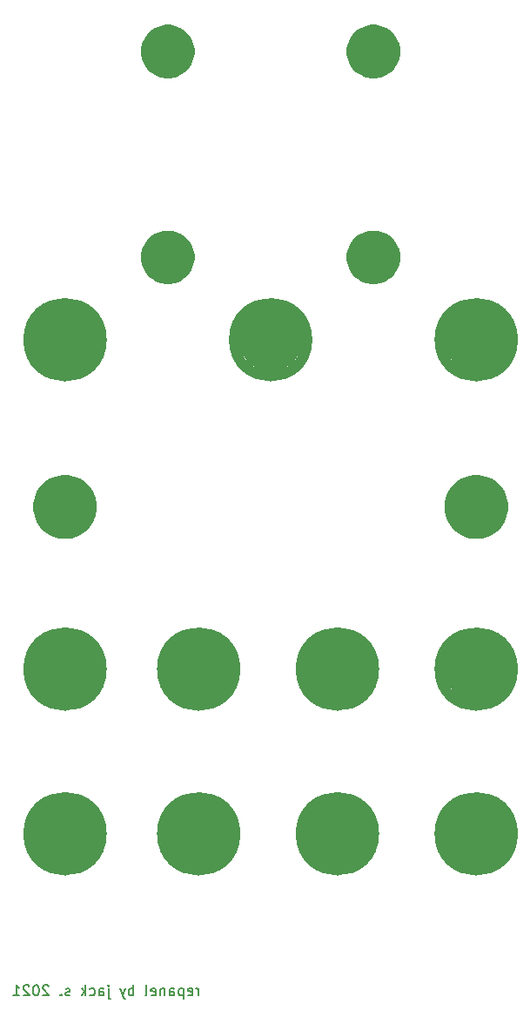
<source format=gbr>
G04 #@! TF.GenerationSoftware,KiCad,Pcbnew,(5.1.5-0)*
G04 #@! TF.CreationDate,2021-01-12T22:37:55-08:00*
G04 #@! TF.ProjectId,hypster,68797073-7465-4722-9e6b-696361645f70,rev?*
G04 #@! TF.SameCoordinates,Original*
G04 #@! TF.FileFunction,Soldermask,Bot*
G04 #@! TF.FilePolarity,Negative*
%FSLAX46Y46*%
G04 Gerber Fmt 4.6, Leading zero omitted, Abs format (unit mm)*
G04 Created by KiCad (PCBNEW (5.1.5-0)) date 2021-01-12 22:37:55*
%MOMM*%
%LPD*%
G04 APERTURE LIST*
%ADD10C,0.150000*%
%ADD11C,1.000000*%
%ADD12C,0.100000*%
G04 APERTURE END LIST*
D10*
X23226190Y-371702380D02*
X23226190Y-371035714D01*
X23226190Y-371226190D02*
X23178571Y-371130952D01*
X23130952Y-371083333D01*
X23035714Y-371035714D01*
X22940476Y-371035714D01*
X22226190Y-371654761D02*
X22321428Y-371702380D01*
X22511904Y-371702380D01*
X22607142Y-371654761D01*
X22654761Y-371559523D01*
X22654761Y-371178571D01*
X22607142Y-371083333D01*
X22511904Y-371035714D01*
X22321428Y-371035714D01*
X22226190Y-371083333D01*
X22178571Y-371178571D01*
X22178571Y-371273809D01*
X22654761Y-371369047D01*
X21750000Y-371035714D02*
X21750000Y-372035714D01*
X21750000Y-371083333D02*
X21654761Y-371035714D01*
X21464285Y-371035714D01*
X21369047Y-371083333D01*
X21321428Y-371130952D01*
X21273809Y-371226190D01*
X21273809Y-371511904D01*
X21321428Y-371607142D01*
X21369047Y-371654761D01*
X21464285Y-371702380D01*
X21654761Y-371702380D01*
X21750000Y-371654761D01*
X20416666Y-371702380D02*
X20416666Y-371178571D01*
X20464285Y-371083333D01*
X20559523Y-371035714D01*
X20750000Y-371035714D01*
X20845238Y-371083333D01*
X20416666Y-371654761D02*
X20511904Y-371702380D01*
X20750000Y-371702380D01*
X20845238Y-371654761D01*
X20892857Y-371559523D01*
X20892857Y-371464285D01*
X20845238Y-371369047D01*
X20750000Y-371321428D01*
X20511904Y-371321428D01*
X20416666Y-371273809D01*
X19940476Y-371035714D02*
X19940476Y-371702380D01*
X19940476Y-371130952D02*
X19892857Y-371083333D01*
X19797619Y-371035714D01*
X19654761Y-371035714D01*
X19559523Y-371083333D01*
X19511904Y-371178571D01*
X19511904Y-371702380D01*
X18654761Y-371654761D02*
X18750000Y-371702380D01*
X18940476Y-371702380D01*
X19035714Y-371654761D01*
X19083333Y-371559523D01*
X19083333Y-371178571D01*
X19035714Y-371083333D01*
X18940476Y-371035714D01*
X18750000Y-371035714D01*
X18654761Y-371083333D01*
X18607142Y-371178571D01*
X18607142Y-371273809D01*
X19083333Y-371369047D01*
X18035714Y-371702380D02*
X18130952Y-371654761D01*
X18178571Y-371559523D01*
X18178571Y-370702380D01*
X16892857Y-371702380D02*
X16892857Y-370702380D01*
X16892857Y-371083333D02*
X16797619Y-371035714D01*
X16607142Y-371035714D01*
X16511904Y-371083333D01*
X16464285Y-371130952D01*
X16416666Y-371226190D01*
X16416666Y-371511904D01*
X16464285Y-371607142D01*
X16511904Y-371654761D01*
X16607142Y-371702380D01*
X16797619Y-371702380D01*
X16892857Y-371654761D01*
X16083333Y-371035714D02*
X15845238Y-371702380D01*
X15607142Y-371035714D02*
X15845238Y-371702380D01*
X15940476Y-371940476D01*
X15988095Y-371988095D01*
X16083333Y-372035714D01*
X14464285Y-371035714D02*
X14464285Y-371892857D01*
X14511904Y-371988095D01*
X14607142Y-372035714D01*
X14654761Y-372035714D01*
X14464285Y-370702380D02*
X14511904Y-370750000D01*
X14464285Y-370797619D01*
X14416666Y-370750000D01*
X14464285Y-370702380D01*
X14464285Y-370797619D01*
X13559523Y-371702380D02*
X13559523Y-371178571D01*
X13607142Y-371083333D01*
X13702380Y-371035714D01*
X13892857Y-371035714D01*
X13988095Y-371083333D01*
X13559523Y-371654761D02*
X13654761Y-371702380D01*
X13892857Y-371702380D01*
X13988095Y-371654761D01*
X14035714Y-371559523D01*
X14035714Y-371464285D01*
X13988095Y-371369047D01*
X13892857Y-371321428D01*
X13654761Y-371321428D01*
X13559523Y-371273809D01*
X12654761Y-371654761D02*
X12750000Y-371702380D01*
X12940476Y-371702380D01*
X13035714Y-371654761D01*
X13083333Y-371607142D01*
X13130952Y-371511904D01*
X13130952Y-371226190D01*
X13083333Y-371130952D01*
X13035714Y-371083333D01*
X12940476Y-371035714D01*
X12750000Y-371035714D01*
X12654761Y-371083333D01*
X12226190Y-371702380D02*
X12226190Y-370702380D01*
X12130952Y-371321428D02*
X11845238Y-371702380D01*
X11845238Y-371035714D02*
X12226190Y-371416666D01*
X10702380Y-371654761D02*
X10607142Y-371702380D01*
X10416666Y-371702380D01*
X10321428Y-371654761D01*
X10273809Y-371559523D01*
X10273809Y-371511904D01*
X10321428Y-371416666D01*
X10416666Y-371369047D01*
X10559523Y-371369047D01*
X10654761Y-371321428D01*
X10702380Y-371226190D01*
X10702380Y-371178571D01*
X10654761Y-371083333D01*
X10559523Y-371035714D01*
X10416666Y-371035714D01*
X10321428Y-371083333D01*
X9845238Y-371607142D02*
X9797619Y-371654761D01*
X9845238Y-371702380D01*
X9892857Y-371654761D01*
X9845238Y-371607142D01*
X9845238Y-371702380D01*
X8654761Y-370797619D02*
X8607142Y-370750000D01*
X8511904Y-370702380D01*
X8273809Y-370702380D01*
X8178571Y-370750000D01*
X8130952Y-370797619D01*
X8083333Y-370892857D01*
X8083333Y-370988095D01*
X8130952Y-371130952D01*
X8702380Y-371702380D01*
X8083333Y-371702380D01*
X7464285Y-370702380D02*
X7369047Y-370702380D01*
X7273809Y-370750000D01*
X7226190Y-370797619D01*
X7178571Y-370892857D01*
X7130952Y-371083333D01*
X7130952Y-371321428D01*
X7178571Y-371511904D01*
X7226190Y-371607142D01*
X7273809Y-371654761D01*
X7369047Y-371702380D01*
X7464285Y-371702380D01*
X7559523Y-371654761D01*
X7607142Y-371607142D01*
X7654761Y-371511904D01*
X7702380Y-371321428D01*
X7702380Y-371083333D01*
X7654761Y-370892857D01*
X7607142Y-370797619D01*
X7559523Y-370750000D01*
X7464285Y-370702380D01*
X6750000Y-370797619D02*
X6702380Y-370750000D01*
X6607142Y-370702380D01*
X6369047Y-370702380D01*
X6273809Y-370750000D01*
X6226190Y-370797619D01*
X6178571Y-370892857D01*
X6178571Y-370988095D01*
X6226190Y-371130952D01*
X6797619Y-371702380D01*
X6178571Y-371702380D01*
X5226190Y-371702380D02*
X5797619Y-371702380D01*
X5511904Y-371702380D02*
X5511904Y-370702380D01*
X5607142Y-370845238D01*
X5702380Y-370940476D01*
X5797619Y-370988095D01*
D11*
X40300000Y-340000000D02*
G75*
G03X40300000Y-340000000I-3550000J0D01*
G01*
X26800000Y-340000000D02*
G75*
G03X26800000Y-340000000I-3550000J0D01*
G01*
X13800000Y-340000000D02*
G75*
G03X13800000Y-340000000I-3550000J0D01*
G01*
X13800000Y-356000000D02*
G75*
G03X13800000Y-356000000I-3550000J0D01*
G01*
X26800000Y-356000000D02*
G75*
G03X26800000Y-356000000I-3550000J0D01*
G01*
X40300000Y-356000000D02*
G75*
G03X40300000Y-356000000I-3550000J0D01*
G01*
X53800000Y-356000000D02*
G75*
G03X53800000Y-356000000I-3550000J0D01*
G01*
X53800000Y-340000000D02*
G75*
G03X53800000Y-340000000I-3550000J0D01*
G01*
X53800000Y-308000000D02*
G75*
G03X53800000Y-308000000I-3550000J0D01*
G01*
X33800000Y-308000000D02*
G75*
G03X33800000Y-308000000I-3550000J0D01*
G01*
X13800000Y-308000000D02*
G75*
G03X13800000Y-308000000I-3550000J0D01*
G01*
D12*
G36*
X50854975Y-352958585D02*
G01*
X51154528Y-353018170D01*
X51718874Y-353251930D01*
X52226772Y-353591296D01*
X52658704Y-354023228D01*
X52998070Y-354531126D01*
X53231830Y-355095472D01*
X53351000Y-355694578D01*
X53351000Y-356305422D01*
X53231830Y-356904528D01*
X52998070Y-357468874D01*
X52658704Y-357976772D01*
X52226772Y-358408704D01*
X51718874Y-358748070D01*
X51154528Y-358981830D01*
X50854975Y-359041415D01*
X50555423Y-359101000D01*
X49944577Y-359101000D01*
X49645025Y-359041415D01*
X49345472Y-358981830D01*
X48781126Y-358748070D01*
X48273228Y-358408704D01*
X47841296Y-357976772D01*
X47501930Y-357468874D01*
X47268170Y-356904528D01*
X47149000Y-356305422D01*
X47149000Y-355694578D01*
X47268170Y-355095472D01*
X47501930Y-354531126D01*
X47841296Y-354023228D01*
X48273228Y-353591296D01*
X48781126Y-353251930D01*
X49345472Y-353018170D01*
X49645025Y-352958585D01*
X49944577Y-352899000D01*
X50555423Y-352899000D01*
X50854975Y-352958585D01*
G37*
G36*
X37354975Y-352958585D02*
G01*
X37654528Y-353018170D01*
X38218874Y-353251930D01*
X38726772Y-353591296D01*
X39158704Y-354023228D01*
X39498070Y-354531126D01*
X39731830Y-355095472D01*
X39851000Y-355694578D01*
X39851000Y-356305422D01*
X39731830Y-356904528D01*
X39498070Y-357468874D01*
X39158704Y-357976772D01*
X38726772Y-358408704D01*
X38218874Y-358748070D01*
X37654528Y-358981830D01*
X37354975Y-359041415D01*
X37055423Y-359101000D01*
X36444577Y-359101000D01*
X36145025Y-359041415D01*
X35845472Y-358981830D01*
X35281126Y-358748070D01*
X34773228Y-358408704D01*
X34341296Y-357976772D01*
X34001930Y-357468874D01*
X33768170Y-356904528D01*
X33649000Y-356305422D01*
X33649000Y-355694578D01*
X33768170Y-355095472D01*
X34001930Y-354531126D01*
X34341296Y-354023228D01*
X34773228Y-353591296D01*
X35281126Y-353251930D01*
X35845472Y-353018170D01*
X36145025Y-352958585D01*
X36444577Y-352899000D01*
X37055423Y-352899000D01*
X37354975Y-352958585D01*
G37*
G36*
X23854975Y-352958585D02*
G01*
X24154528Y-353018170D01*
X24718874Y-353251930D01*
X25226772Y-353591296D01*
X25658704Y-354023228D01*
X25998070Y-354531126D01*
X26231830Y-355095472D01*
X26351000Y-355694578D01*
X26351000Y-356305422D01*
X26231830Y-356904528D01*
X25998070Y-357468874D01*
X25658704Y-357976772D01*
X25226772Y-358408704D01*
X24718874Y-358748070D01*
X24154528Y-358981830D01*
X23854975Y-359041415D01*
X23555423Y-359101000D01*
X22944577Y-359101000D01*
X22645025Y-359041415D01*
X22345472Y-358981830D01*
X21781126Y-358748070D01*
X21273228Y-358408704D01*
X20841296Y-357976772D01*
X20501930Y-357468874D01*
X20268170Y-356904528D01*
X20149000Y-356305422D01*
X20149000Y-355694578D01*
X20268170Y-355095472D01*
X20501930Y-354531126D01*
X20841296Y-354023228D01*
X21273228Y-353591296D01*
X21781126Y-353251930D01*
X22345472Y-353018170D01*
X22645025Y-352958585D01*
X22944577Y-352899000D01*
X23555423Y-352899000D01*
X23854975Y-352958585D01*
G37*
G36*
X10854975Y-352958585D02*
G01*
X11154528Y-353018170D01*
X11718874Y-353251930D01*
X12226772Y-353591296D01*
X12658704Y-354023228D01*
X12998070Y-354531126D01*
X13231830Y-355095472D01*
X13351000Y-355694578D01*
X13351000Y-356305422D01*
X13231830Y-356904528D01*
X12998070Y-357468874D01*
X12658704Y-357976772D01*
X12226772Y-358408704D01*
X11718874Y-358748070D01*
X11154528Y-358981830D01*
X10854975Y-359041415D01*
X10555423Y-359101000D01*
X9944577Y-359101000D01*
X9645025Y-359041415D01*
X9345472Y-358981830D01*
X8781126Y-358748070D01*
X8273228Y-358408704D01*
X7841296Y-357976772D01*
X7501930Y-357468874D01*
X7268170Y-356904528D01*
X7149000Y-356305422D01*
X7149000Y-355694578D01*
X7268170Y-355095472D01*
X7501930Y-354531126D01*
X7841296Y-354023228D01*
X8273228Y-353591296D01*
X8781126Y-353251930D01*
X9345472Y-353018170D01*
X9645025Y-352958585D01*
X9944577Y-352899000D01*
X10555423Y-352899000D01*
X10854975Y-352958585D01*
G37*
G36*
X10854975Y-336958585D02*
G01*
X11154528Y-337018170D01*
X11718874Y-337251930D01*
X12226772Y-337591296D01*
X12658704Y-338023228D01*
X12998070Y-338531126D01*
X13231830Y-339095472D01*
X13351000Y-339694578D01*
X13351000Y-340305422D01*
X13231830Y-340904528D01*
X12998070Y-341468874D01*
X12658704Y-341976772D01*
X12226772Y-342408704D01*
X11718874Y-342748070D01*
X11154528Y-342981830D01*
X10854975Y-343041415D01*
X10555423Y-343101000D01*
X9944577Y-343101000D01*
X9645025Y-343041415D01*
X9345472Y-342981830D01*
X8781126Y-342748070D01*
X8273228Y-342408704D01*
X7841296Y-341976772D01*
X7501930Y-341468874D01*
X7268170Y-340904528D01*
X7149000Y-340305422D01*
X7149000Y-339694578D01*
X7268170Y-339095472D01*
X7501930Y-338531126D01*
X7841296Y-338023228D01*
X8273228Y-337591296D01*
X8781126Y-337251930D01*
X9345472Y-337018170D01*
X9645025Y-336958585D01*
X9944577Y-336899000D01*
X10555423Y-336899000D01*
X10854975Y-336958585D01*
G37*
G36*
X50854975Y-336958585D02*
G01*
X51154528Y-337018170D01*
X51718874Y-337251930D01*
X52226772Y-337591296D01*
X52658704Y-338023228D01*
X52998070Y-338531126D01*
X53231830Y-339095472D01*
X53351000Y-339694578D01*
X53351000Y-340305422D01*
X53231830Y-340904528D01*
X52998070Y-341468874D01*
X52658704Y-341976772D01*
X52226772Y-342408704D01*
X51718874Y-342748070D01*
X51154528Y-342981830D01*
X50854975Y-343041415D01*
X50555423Y-343101000D01*
X49944577Y-343101000D01*
X49645025Y-343041415D01*
X49345472Y-342981830D01*
X48781126Y-342748070D01*
X48273228Y-342408704D01*
X47841296Y-341976772D01*
X47501930Y-341468874D01*
X47268170Y-340904528D01*
X47149000Y-340305422D01*
X47149000Y-339694578D01*
X47268170Y-339095472D01*
X47501930Y-338531126D01*
X47841296Y-338023228D01*
X48273228Y-337591296D01*
X48781126Y-337251930D01*
X49345472Y-337018170D01*
X49645025Y-336958585D01*
X49944577Y-336899000D01*
X50555423Y-336899000D01*
X50854975Y-336958585D01*
G37*
G36*
X37354975Y-336958585D02*
G01*
X37654528Y-337018170D01*
X38218874Y-337251930D01*
X38726772Y-337591296D01*
X39158704Y-338023228D01*
X39498070Y-338531126D01*
X39731830Y-339095472D01*
X39851000Y-339694578D01*
X39851000Y-340305422D01*
X39731830Y-340904528D01*
X39498070Y-341468874D01*
X39158704Y-341976772D01*
X38726772Y-342408704D01*
X38218874Y-342748070D01*
X37654528Y-342981830D01*
X37354975Y-343041415D01*
X37055423Y-343101000D01*
X36444577Y-343101000D01*
X36145025Y-343041415D01*
X35845472Y-342981830D01*
X35281126Y-342748070D01*
X34773228Y-342408704D01*
X34341296Y-341976772D01*
X34001930Y-341468874D01*
X33768170Y-340904528D01*
X33649000Y-340305422D01*
X33649000Y-339694578D01*
X33768170Y-339095472D01*
X34001930Y-338531126D01*
X34341296Y-338023228D01*
X34773228Y-337591296D01*
X35281126Y-337251930D01*
X35845472Y-337018170D01*
X36145025Y-336958585D01*
X36444577Y-336899000D01*
X37055423Y-336899000D01*
X37354975Y-336958585D01*
G37*
G36*
X23854975Y-336958585D02*
G01*
X24154528Y-337018170D01*
X24718874Y-337251930D01*
X25226772Y-337591296D01*
X25658704Y-338023228D01*
X25998070Y-338531126D01*
X26231830Y-339095472D01*
X26351000Y-339694578D01*
X26351000Y-340305422D01*
X26231830Y-340904528D01*
X25998070Y-341468874D01*
X25658704Y-341976772D01*
X25226772Y-342408704D01*
X24718874Y-342748070D01*
X24154528Y-342981830D01*
X23854975Y-343041415D01*
X23555423Y-343101000D01*
X22944577Y-343101000D01*
X22645025Y-343041415D01*
X22345472Y-342981830D01*
X21781126Y-342748070D01*
X21273228Y-342408704D01*
X20841296Y-341976772D01*
X20501930Y-341468874D01*
X20268170Y-340904528D01*
X20149000Y-340305422D01*
X20149000Y-339694578D01*
X20268170Y-339095472D01*
X20501930Y-338531126D01*
X20841296Y-338023228D01*
X21273228Y-337591296D01*
X21781126Y-337251930D01*
X22345472Y-337018170D01*
X22645025Y-336958585D01*
X22944577Y-336899000D01*
X23555423Y-336899000D01*
X23854975Y-336958585D01*
G37*
G36*
X50854975Y-321208585D02*
G01*
X51154528Y-321268170D01*
X51718874Y-321501930D01*
X52226772Y-321841296D01*
X52658704Y-322273228D01*
X52998070Y-322781126D01*
X53231830Y-323345472D01*
X53351000Y-323944578D01*
X53351000Y-324555422D01*
X53231830Y-325154528D01*
X52998070Y-325718874D01*
X52658704Y-326226772D01*
X52226772Y-326658704D01*
X51718874Y-326998070D01*
X51154528Y-327231830D01*
X50854975Y-327291415D01*
X50555423Y-327351000D01*
X49944577Y-327351000D01*
X49645025Y-327291415D01*
X49345472Y-327231830D01*
X48781126Y-326998070D01*
X48273228Y-326658704D01*
X47841296Y-326226772D01*
X47501930Y-325718874D01*
X47268170Y-325154528D01*
X47149000Y-324555422D01*
X47149000Y-323944578D01*
X47268170Y-323345472D01*
X47501930Y-322781126D01*
X47841296Y-322273228D01*
X48273228Y-321841296D01*
X48781126Y-321501930D01*
X49345472Y-321268170D01*
X49645025Y-321208585D01*
X49944577Y-321149000D01*
X50555423Y-321149000D01*
X50854975Y-321208585D01*
G37*
G36*
X10854975Y-321208585D02*
G01*
X11154528Y-321268170D01*
X11718874Y-321501930D01*
X12226772Y-321841296D01*
X12658704Y-322273228D01*
X12998070Y-322781126D01*
X13231830Y-323345472D01*
X13351000Y-323944578D01*
X13351000Y-324555422D01*
X13231830Y-325154528D01*
X12998070Y-325718874D01*
X12658704Y-326226772D01*
X12226772Y-326658704D01*
X11718874Y-326998070D01*
X11154528Y-327231830D01*
X10854975Y-327291415D01*
X10555423Y-327351000D01*
X9944577Y-327351000D01*
X9645025Y-327291415D01*
X9345472Y-327231830D01*
X8781126Y-326998070D01*
X8273228Y-326658704D01*
X7841296Y-326226772D01*
X7501930Y-325718874D01*
X7268170Y-325154528D01*
X7149000Y-324555422D01*
X7149000Y-323944578D01*
X7268170Y-323345472D01*
X7501930Y-322781126D01*
X7841296Y-322273228D01*
X8273228Y-321841296D01*
X8781126Y-321501930D01*
X9345472Y-321268170D01*
X9645025Y-321208585D01*
X9944577Y-321149000D01*
X10555423Y-321149000D01*
X10854975Y-321208585D01*
G37*
G36*
X50854975Y-304958585D02*
G01*
X51154528Y-305018170D01*
X51718874Y-305251930D01*
X52226772Y-305591296D01*
X52658704Y-306023228D01*
X52998070Y-306531126D01*
X53231830Y-307095472D01*
X53351000Y-307694578D01*
X53351000Y-308305422D01*
X53231830Y-308904528D01*
X52998070Y-309468874D01*
X52658704Y-309976772D01*
X52226772Y-310408704D01*
X51718874Y-310748070D01*
X51154528Y-310981830D01*
X50854975Y-311041415D01*
X50555423Y-311101000D01*
X49944577Y-311101000D01*
X49645025Y-311041415D01*
X49345472Y-310981830D01*
X48781126Y-310748070D01*
X48273228Y-310408704D01*
X47841296Y-309976772D01*
X47501930Y-309468874D01*
X47268170Y-308904528D01*
X47149000Y-308305422D01*
X47149000Y-307694578D01*
X47268170Y-307095472D01*
X47501930Y-306531126D01*
X47841296Y-306023228D01*
X48273228Y-305591296D01*
X48781126Y-305251930D01*
X49345472Y-305018170D01*
X49645025Y-304958585D01*
X49944577Y-304899000D01*
X50555423Y-304899000D01*
X50854975Y-304958585D01*
G37*
G36*
X30854975Y-304958585D02*
G01*
X31154528Y-305018170D01*
X31718874Y-305251930D01*
X32226772Y-305591296D01*
X32658704Y-306023228D01*
X32998070Y-306531126D01*
X33231830Y-307095472D01*
X33351000Y-307694578D01*
X33351000Y-308305422D01*
X33231830Y-308904528D01*
X32998070Y-309468874D01*
X32658704Y-309976772D01*
X32226772Y-310408704D01*
X31718874Y-310748070D01*
X31154528Y-310981830D01*
X30854975Y-311041415D01*
X30555423Y-311101000D01*
X29944577Y-311101000D01*
X29645025Y-311041415D01*
X29345472Y-310981830D01*
X28781126Y-310748070D01*
X28273228Y-310408704D01*
X27841296Y-309976772D01*
X27501930Y-309468874D01*
X27268170Y-308904528D01*
X27149000Y-308305422D01*
X27149000Y-307694578D01*
X27268170Y-307095472D01*
X27501930Y-306531126D01*
X27841296Y-306023228D01*
X28273228Y-305591296D01*
X28781126Y-305251930D01*
X29345472Y-305018170D01*
X29645025Y-304958585D01*
X29944577Y-304899000D01*
X30555423Y-304899000D01*
X30854975Y-304958585D01*
G37*
G36*
X10854975Y-304958585D02*
G01*
X11154528Y-305018170D01*
X11718874Y-305251930D01*
X12226772Y-305591296D01*
X12658704Y-306023228D01*
X12998070Y-306531126D01*
X13231830Y-307095472D01*
X13351000Y-307694578D01*
X13351000Y-308305422D01*
X13231830Y-308904528D01*
X12998070Y-309468874D01*
X12658704Y-309976772D01*
X12226772Y-310408704D01*
X11718874Y-310748070D01*
X11154528Y-310981830D01*
X10854975Y-311041415D01*
X10555423Y-311101000D01*
X9944577Y-311101000D01*
X9645025Y-311041415D01*
X9345472Y-310981830D01*
X8781126Y-310748070D01*
X8273228Y-310408704D01*
X7841296Y-309976772D01*
X7501930Y-309468874D01*
X7268170Y-308904528D01*
X7149000Y-308305422D01*
X7149000Y-307694578D01*
X7268170Y-307095472D01*
X7501930Y-306531126D01*
X7841296Y-306023228D01*
X8273228Y-305591296D01*
X8781126Y-305251930D01*
X9345472Y-305018170D01*
X9645025Y-304958585D01*
X9944577Y-304899000D01*
X10555423Y-304899000D01*
X10854975Y-304958585D01*
G37*
G36*
X40757430Y-297448977D02*
G01*
X41008684Y-297498955D01*
X41204752Y-297580169D01*
X41482034Y-297695023D01*
X41482035Y-297695024D01*
X41908041Y-297979671D01*
X42270329Y-298341959D01*
X42460524Y-298626607D01*
X42554977Y-298767966D01*
X42751045Y-299241317D01*
X42851000Y-299743823D01*
X42851000Y-300256177D01*
X42751045Y-300758683D01*
X42554977Y-301232034D01*
X42554976Y-301232035D01*
X42270329Y-301658041D01*
X41908041Y-302020329D01*
X41623393Y-302210524D01*
X41482034Y-302304977D01*
X41204752Y-302419831D01*
X41008684Y-302501045D01*
X40757430Y-302551023D01*
X40506177Y-302601000D01*
X39993823Y-302601000D01*
X39742570Y-302551023D01*
X39491316Y-302501045D01*
X39295248Y-302419831D01*
X39017966Y-302304977D01*
X38876607Y-302210524D01*
X38591959Y-302020329D01*
X38229671Y-301658041D01*
X37945024Y-301232035D01*
X37945023Y-301232034D01*
X37748955Y-300758683D01*
X37649000Y-300256177D01*
X37649000Y-299743823D01*
X37748955Y-299241317D01*
X37945023Y-298767966D01*
X38039476Y-298626607D01*
X38229671Y-298341959D01*
X38591959Y-297979671D01*
X39017965Y-297695024D01*
X39017966Y-297695023D01*
X39295248Y-297580169D01*
X39491316Y-297498955D01*
X39742570Y-297448977D01*
X39993823Y-297399000D01*
X40506177Y-297399000D01*
X40757430Y-297448977D01*
G37*
G36*
X20757430Y-297448977D02*
G01*
X21008684Y-297498955D01*
X21204752Y-297580169D01*
X21482034Y-297695023D01*
X21482035Y-297695024D01*
X21908041Y-297979671D01*
X22270329Y-298341959D01*
X22460524Y-298626607D01*
X22554977Y-298767966D01*
X22751045Y-299241317D01*
X22851000Y-299743823D01*
X22851000Y-300256177D01*
X22751045Y-300758683D01*
X22554977Y-301232034D01*
X22554976Y-301232035D01*
X22270329Y-301658041D01*
X21908041Y-302020329D01*
X21623393Y-302210524D01*
X21482034Y-302304977D01*
X21204752Y-302419831D01*
X21008684Y-302501045D01*
X20757430Y-302551023D01*
X20506177Y-302601000D01*
X19993823Y-302601000D01*
X19742570Y-302551023D01*
X19491316Y-302501045D01*
X19295248Y-302419831D01*
X19017966Y-302304977D01*
X18876607Y-302210524D01*
X18591959Y-302020329D01*
X18229671Y-301658041D01*
X17945024Y-301232035D01*
X17945023Y-301232034D01*
X17748955Y-300758683D01*
X17649000Y-300256177D01*
X17649000Y-299743823D01*
X17748955Y-299241317D01*
X17945023Y-298767966D01*
X18039476Y-298626607D01*
X18229671Y-298341959D01*
X18591959Y-297979671D01*
X19017965Y-297695024D01*
X19017966Y-297695023D01*
X19295248Y-297580169D01*
X19491316Y-297498955D01*
X19742570Y-297448977D01*
X19993823Y-297399000D01*
X20506177Y-297399000D01*
X20757430Y-297448977D01*
G37*
G36*
X40757430Y-277448978D02*
G01*
X41008684Y-277498955D01*
X41204752Y-277580169D01*
X41482034Y-277695023D01*
X41482035Y-277695024D01*
X41908041Y-277979671D01*
X42270329Y-278341959D01*
X42460524Y-278626607D01*
X42554977Y-278767966D01*
X42751045Y-279241317D01*
X42851000Y-279743823D01*
X42851000Y-280256177D01*
X42751045Y-280758683D01*
X42554977Y-281232034D01*
X42554976Y-281232035D01*
X42270329Y-281658041D01*
X41908041Y-282020329D01*
X41623393Y-282210524D01*
X41482034Y-282304977D01*
X41204752Y-282419831D01*
X41008684Y-282501045D01*
X40757430Y-282551022D01*
X40506177Y-282601000D01*
X39993823Y-282601000D01*
X39742570Y-282551022D01*
X39491316Y-282501045D01*
X39295248Y-282419831D01*
X39017966Y-282304977D01*
X38876607Y-282210524D01*
X38591959Y-282020329D01*
X38229671Y-281658041D01*
X37945024Y-281232035D01*
X37945023Y-281232034D01*
X37748955Y-280758683D01*
X37649000Y-280256177D01*
X37649000Y-279743823D01*
X37748955Y-279241317D01*
X37945023Y-278767966D01*
X38039476Y-278626607D01*
X38229671Y-278341959D01*
X38591959Y-277979671D01*
X39017965Y-277695024D01*
X39017966Y-277695023D01*
X39295248Y-277580169D01*
X39491316Y-277498955D01*
X39742570Y-277448978D01*
X39993823Y-277399000D01*
X40506177Y-277399000D01*
X40757430Y-277448978D01*
G37*
G36*
X20757430Y-277448978D02*
G01*
X21008684Y-277498955D01*
X21204752Y-277580169D01*
X21482034Y-277695023D01*
X21482035Y-277695024D01*
X21908041Y-277979671D01*
X22270329Y-278341959D01*
X22460524Y-278626607D01*
X22554977Y-278767966D01*
X22751045Y-279241317D01*
X22851000Y-279743823D01*
X22851000Y-280256177D01*
X22751045Y-280758683D01*
X22554977Y-281232034D01*
X22554976Y-281232035D01*
X22270329Y-281658041D01*
X21908041Y-282020329D01*
X21623393Y-282210524D01*
X21482034Y-282304977D01*
X21204752Y-282419831D01*
X21008684Y-282501045D01*
X20757430Y-282551022D01*
X20506177Y-282601000D01*
X19993823Y-282601000D01*
X19742570Y-282551022D01*
X19491316Y-282501045D01*
X19295248Y-282419831D01*
X19017966Y-282304977D01*
X18876607Y-282210524D01*
X18591959Y-282020329D01*
X18229671Y-281658041D01*
X17945024Y-281232035D01*
X17945023Y-281232034D01*
X17748955Y-280758683D01*
X17649000Y-280256177D01*
X17649000Y-279743823D01*
X17748955Y-279241317D01*
X17945023Y-278767966D01*
X18039476Y-278626607D01*
X18229671Y-278341959D01*
X18591959Y-277979671D01*
X19017965Y-277695024D01*
X19017966Y-277695023D01*
X19295248Y-277580169D01*
X19491316Y-277498955D01*
X19742570Y-277448978D01*
X19993823Y-277399000D01*
X20506177Y-277399000D01*
X20757430Y-277448978D01*
G37*
M02*

</source>
